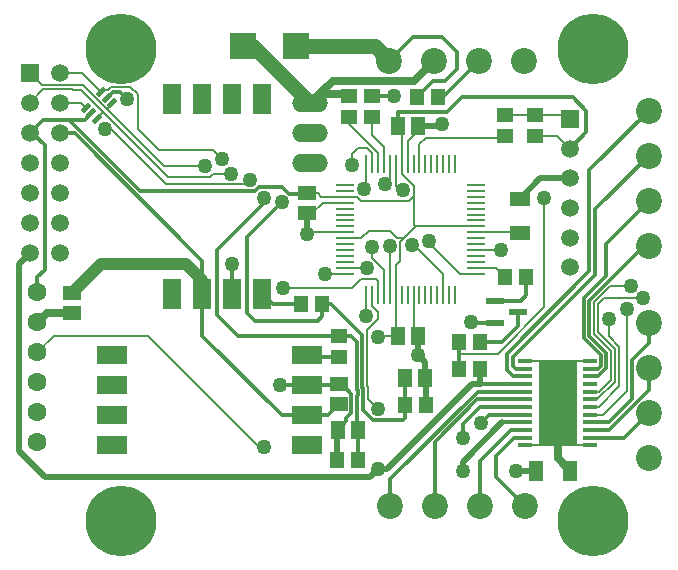
<source format=gtl>
%FSLAX24Y24*%
%MOIN*%
G70*
G01*
G75*
G04 Layer_Physical_Order=1*
G04 Layer_Color=255*
%ADD10R,0.0512X0.0591*%
%ADD11R,0.0453X0.0118*%
%ADD12R,0.0709X0.0512*%
%ADD13R,0.0551X0.0472*%
%ADD14R,0.0591X0.0512*%
G04:AMPARAMS|DCode=15|XSize=33.5mil|YSize=15.7mil|CornerRadius=0mil|HoleSize=0mil|Usage=FLASHONLY|Rotation=225.000|XOffset=0mil|YOffset=0mil|HoleType=Round|Shape=Rectangle|*
%AMROTATEDRECTD15*
4,1,4,0.0063,0.0174,0.0174,0.0063,-0.0063,-0.0174,-0.0174,-0.0063,0.0063,0.0174,0.0*
%
%ADD15ROTATEDRECTD15*%

%ADD16O,0.0098X0.0610*%
%ADD17O,0.0610X0.0098*%
%ADD18R,0.1000X0.0600*%
%ADD19R,0.0600X0.1000*%
%ADD20R,0.0906X0.0906*%
%ADD21R,0.0472X0.0551*%
%ADD22R,0.0591X0.0236*%
%ADD23R,0.0512X0.0709*%
%ADD24C,0.0120*%
%ADD25C,0.0200*%
%ADD26C,0.0080*%
%ADD27C,0.0500*%
%ADD28C,0.0250*%
%ADD29C,0.0400*%
%ADD30R,0.1260X0.2756*%
%ADD31C,0.0591*%
%ADD32R,0.0591X0.0591*%
%ADD33C,0.2362*%
%ADD34C,0.0866*%
%ADD35C,0.0630*%
%ADD36O,0.1200X0.0600*%
%ADD37C,0.0500*%
D10*
X13835Y7750D02*
D03*
X13165D02*
D03*
X13835Y14750D02*
D03*
X13165D02*
D03*
X14085Y6350D02*
D03*
X13415D02*
D03*
X11835Y4600D02*
D03*
X11165D02*
D03*
D11*
X19593Y4093D02*
D03*
Y4348D02*
D03*
Y4604D02*
D03*
Y4860D02*
D03*
Y5116D02*
D03*
Y5372D02*
D03*
Y5628D02*
D03*
Y5884D02*
D03*
Y6140D02*
D03*
Y6396D02*
D03*
Y6652D02*
D03*
Y6907D02*
D03*
X17407Y4093D02*
D03*
Y4348D02*
D03*
Y4604D02*
D03*
Y4860D02*
D03*
Y5116D02*
D03*
Y5372D02*
D03*
Y5628D02*
D03*
Y5884D02*
D03*
Y6140D02*
D03*
Y6396D02*
D03*
Y6652D02*
D03*
Y6907D02*
D03*
D12*
X17250Y12321D02*
D03*
Y11179D02*
D03*
D13*
X17750Y14396D02*
D03*
Y15104D02*
D03*
X16750Y15104D02*
D03*
Y14396D02*
D03*
X11200Y7754D02*
D03*
Y7046D02*
D03*
X12300Y15754D02*
D03*
Y15046D02*
D03*
X11550D02*
D03*
Y15754D02*
D03*
D14*
X10138Y11825D02*
D03*
Y12494D02*
D03*
X11200Y5465D02*
D03*
Y6135D02*
D03*
X2300Y9185D02*
D03*
Y8515D02*
D03*
D15*
X3650Y15500D02*
D03*
X3469Y15681D02*
D03*
X3288Y15862D02*
D03*
X2773Y15347D02*
D03*
X2954Y15166D02*
D03*
X3135Y14985D02*
D03*
D16*
X15075Y13470D02*
D03*
X14878D02*
D03*
X14681D02*
D03*
X14484D02*
D03*
X14287D02*
D03*
X14091D02*
D03*
X13894D02*
D03*
X13697Y13470D02*
D03*
X13500D02*
D03*
X13303D02*
D03*
X13106Y13470D02*
D03*
X12909D02*
D03*
X12713D02*
D03*
X12516D02*
D03*
X12319D02*
D03*
X12122D02*
D03*
Y9120D02*
D03*
X12319D02*
D03*
X12516D02*
D03*
X12713D02*
D03*
X12909D02*
D03*
X13106D02*
D03*
X13303Y9120D02*
D03*
X13500D02*
D03*
X13697D02*
D03*
X13894Y9120D02*
D03*
X14091D02*
D03*
X14287D02*
D03*
X14484D02*
D03*
X14681D02*
D03*
X14878D02*
D03*
X15075D02*
D03*
D17*
X11423Y12772D02*
D03*
Y12575D02*
D03*
Y12378D02*
D03*
Y12181D02*
D03*
Y11984D02*
D03*
Y11787D02*
D03*
Y11591D02*
D03*
X11423Y11394D02*
D03*
Y11197D02*
D03*
Y11000D02*
D03*
X11423Y10803D02*
D03*
Y10606D02*
D03*
Y10409D02*
D03*
Y10213D02*
D03*
Y10016D02*
D03*
Y9819D02*
D03*
X15774D02*
D03*
Y10016D02*
D03*
Y10213D02*
D03*
Y10409D02*
D03*
Y10606D02*
D03*
Y10803D02*
D03*
X15774Y11000D02*
D03*
Y11197D02*
D03*
Y11394D02*
D03*
X15774Y11591D02*
D03*
Y11787D02*
D03*
Y11984D02*
D03*
Y12181D02*
D03*
Y12378D02*
D03*
Y12575D02*
D03*
Y12772D02*
D03*
D18*
X3650Y4100D02*
D03*
Y5100D02*
D03*
Y6100D02*
D03*
Y7100D02*
D03*
X10150D02*
D03*
Y6100D02*
D03*
Y5100D02*
D03*
Y4100D02*
D03*
D19*
X5650Y15650D02*
D03*
X6650D02*
D03*
X7650D02*
D03*
X8650D02*
D03*
Y9150D02*
D03*
X7650D02*
D03*
X6650D02*
D03*
X5650D02*
D03*
D20*
X9786Y17400D02*
D03*
X8014D02*
D03*
D21*
X14504Y15700D02*
D03*
X13796D02*
D03*
X16746Y9700D02*
D03*
X17454D02*
D03*
X15196Y7550D02*
D03*
X15904D02*
D03*
X15904Y6650D02*
D03*
X15196D02*
D03*
X13396Y5450D02*
D03*
X14104D02*
D03*
X11146Y3600D02*
D03*
X11854D02*
D03*
X9946Y8800D02*
D03*
X10654D02*
D03*
D22*
X17174Y8550D02*
D03*
X16426Y8176D02*
D03*
Y8924D02*
D03*
D23*
X17779Y3250D02*
D03*
X18921D02*
D03*
D24*
X15922Y5372D02*
X17407D01*
X15350Y4800D02*
X15922Y5372D01*
X15350Y4350D02*
Y4800D01*
X16660Y4860D02*
X17407D01*
X16954Y4604D02*
X17407D01*
X15921Y3571D02*
X16954Y4604D01*
X15921Y2075D02*
Y3571D01*
X16216Y5116D02*
X17407D01*
X19750Y11959D02*
X21547Y13756D01*
X19750Y9775D02*
Y11959D01*
X20100Y10809D02*
X21547Y12256D01*
X17000Y6750D02*
Y7025D01*
Y6750D02*
X17098Y6652D01*
X19550Y13259D02*
X21547Y15256D01*
X10104Y12461D02*
X10138Y12494D01*
X20201Y4860D02*
X20994Y5653D01*
X19593Y4860D02*
X20201D01*
X20994Y6944D02*
X21547Y7497D01*
Y8169D01*
X20200Y4604D02*
X21547Y5951D01*
Y6669D01*
X19593Y4604D02*
X20200D01*
X20726Y4348D02*
X21547Y5169D01*
X19593Y4348D02*
X20726D01*
X15950Y4850D02*
X16216Y5116D01*
X17048Y4348D02*
X17407D01*
X15960Y6140D02*
X17407D01*
X17098Y6652D02*
X17407D01*
X15829Y5884D02*
X17407D01*
X12921Y2075D02*
Y2976D01*
X15828Y5628D02*
X17407D01*
X14421Y2075D02*
Y4221D01*
X15828Y5628D01*
X12921Y2976D02*
X15829Y5884D01*
X13396Y5450D02*
X13415Y5470D01*
Y6350D01*
X11854Y3600D02*
Y4580D01*
X11835Y4600D02*
X11854Y4580D01*
X10204Y7046D02*
X11200D01*
X10150Y7100D02*
X10204Y7046D01*
X9000Y8800D02*
X9946D01*
X8650Y9150D02*
X9000Y8800D01*
X10654D02*
X10950D01*
X11200Y7754D02*
X11596D01*
X11810Y7540D01*
Y4625D02*
X11835Y4600D01*
X10950Y8800D02*
X11990Y7760D01*
X13396Y4996D02*
Y5450D01*
X15196Y7550D02*
X15196Y7550D01*
X17454Y9104D02*
Y9700D01*
X17000Y7025D02*
X19750Y9775D01*
X17274Y8924D02*
X17454Y9104D01*
X16426Y8924D02*
X17274D01*
X9300Y5100D02*
X10150D01*
X6650Y7750D02*
X9300Y5100D01*
X6650Y7750D02*
Y9150D01*
X1350Y14950D02*
X2200D01*
X18898Y13976D02*
X19450Y14529D01*
Y15250D01*
X19000Y15700D02*
X19450Y15250D01*
X15300Y15700D02*
X19000D01*
X14504Y15700D02*
X14672D01*
X15894Y16921D01*
X14815Y15215D02*
X15300Y15700D01*
X13165Y14750D02*
Y15215D01*
X14815D01*
X13796Y15700D02*
X14346Y16250D01*
X14750D01*
X15150Y16650D01*
Y17200D01*
X14650Y17700D02*
X15150Y17200D01*
X13672Y17700D02*
X14650D01*
X12894Y16921D02*
X13672Y17700D01*
X12300Y15754D02*
X13046D01*
X13050Y15750D01*
X7650Y9150D02*
Y10150D01*
X11146Y4580D02*
X11165Y4600D01*
X9250Y6100D02*
X10150D01*
X1150Y9200D02*
Y9700D01*
X1400Y9950D01*
Y14100D01*
X900Y14500D02*
X950Y14550D01*
X1400Y14100D01*
X950Y14550D02*
X1350Y14950D01*
X10124Y12480D02*
X10138Y12494D01*
X15624Y8176D02*
X16426D01*
X15600Y8200D02*
X15624Y8176D01*
X17004Y6396D02*
X17407D01*
X19550Y9900D02*
Y13259D01*
X16800Y6600D02*
X17004Y6396D01*
X16800Y6600D02*
Y7150D01*
X19550Y9900D01*
X15904Y7550D02*
X16650D01*
X17174Y8074D01*
Y8550D01*
X15196Y6750D02*
Y7150D01*
Y7550D01*
X9543Y12480D02*
X10124D01*
X7846Y7754D02*
X11200D01*
X10654Y8404D02*
Y8800D01*
X10500Y8250D02*
X10654Y8404D01*
X8400Y8250D02*
X10500D01*
X8150Y8500D02*
X8400Y8250D01*
X8150Y8500D02*
Y11050D01*
X9300Y12200D01*
X4570Y12580D02*
X8407D01*
X8547Y12720D01*
X9303D01*
X9543Y12480D01*
X20100Y9729D02*
Y10809D01*
X19370Y8999D02*
X20100Y9729D01*
X19370Y7680D02*
Y8999D01*
X20994Y5653D02*
Y6944D01*
X19939Y6739D02*
Y7111D01*
X19370Y7680D02*
X19939Y7111D01*
X20119Y6664D02*
Y7186D01*
X19550Y7755D02*
X20119Y7186D01*
X19550Y7755D02*
Y8924D01*
X19593Y6652D02*
X19852D01*
X19939Y6739D01*
X19593Y6396D02*
X19850D01*
X20119Y6664D01*
X19550Y8924D02*
X21382Y10756D01*
X21547D01*
X10150Y6100D02*
X11165D01*
X11200Y6135D01*
X10150Y5100D02*
X10835D01*
X11200Y5465D01*
X11165Y4600D02*
X11459Y4893D01*
Y5003D01*
X11615Y5160D01*
X11810Y4625D02*
Y5755D01*
X11830Y5775D01*
Y5925D01*
X11810Y5945D02*
X11830Y5925D01*
X11810Y5945D02*
Y7540D01*
X11990Y6019D02*
X12010Y5999D01*
X11990Y6019D02*
Y7760D01*
X12010Y5267D02*
X12347Y4930D01*
X13330D01*
X13396Y4996D01*
X12010Y5267D02*
Y5999D01*
X11615Y5160D02*
Y5815D01*
X11331Y6100D02*
X11615Y5815D01*
X11165Y6100D02*
X11331D01*
X8700Y12350D02*
X8800D01*
X8850Y12300D01*
X7150Y10600D02*
X8850Y12300D01*
X7150Y8450D02*
X7846Y7754D01*
X7150Y8450D02*
Y10600D01*
X6650Y9150D02*
Y9600D01*
Y10245D01*
X16450Y3046D02*
X17421Y2075D01*
X16450Y3046D02*
Y3750D01*
X17048Y4348D01*
X3670Y15882D02*
X3918D01*
X3469Y15681D02*
X3670Y15882D01*
X3918D02*
X4150Y15650D01*
X2200Y14950D02*
X4570Y12580D01*
X1900Y14500D02*
X2395D01*
X6650Y10245D01*
X2200Y14950D02*
X2738D01*
X2954Y15166D01*
D25*
X15350Y3550D02*
X16660Y4860D01*
X10138Y11162D02*
X10150Y11150D01*
X10138Y11162D02*
Y11825D01*
X13835Y14750D02*
X14600D01*
X17250Y12321D02*
X17921Y12992D01*
X18898D01*
X15350Y3250D02*
Y3550D01*
X12500Y3300D02*
X12800D01*
X15640Y6140D02*
X15960D01*
X12800Y3300D02*
X15640Y6140D01*
X14104Y5450D02*
Y6330D01*
X14085Y6350D02*
X14104Y6330D01*
X11146Y3600D02*
Y4580D01*
X14085Y6350D02*
Y6865D01*
X13850Y7100D02*
X14085Y6865D01*
X15904Y6196D02*
Y6750D01*
Y6196D02*
X15960Y6140D01*
X14600Y14750D02*
X14650Y14800D01*
X13835Y7115D02*
Y7750D01*
Y7115D02*
X13850Y7100D01*
X12250Y3050D02*
X12500Y3300D01*
X1400Y3050D02*
X12250D01*
X550Y3900D02*
X1400Y3050D01*
X550Y3900D02*
Y10150D01*
X900Y10500D01*
X17100Y3250D02*
X17779D01*
X17100Y3250D02*
X17100Y3250D01*
D26*
X10150Y11150D02*
X10197Y11197D01*
X11423D01*
X12550Y7750D02*
X13165D01*
X10750Y9800D02*
X10769Y9819D01*
X11423D01*
X12319Y13470D02*
Y13831D01*
X12150Y14000D02*
X12319Y13831D01*
X11850Y14000D02*
X12150D01*
X11650Y13800D02*
X11850Y14000D01*
X11650Y13450D02*
Y13800D01*
X13369Y11000D02*
X13762Y11394D01*
X15774D01*
X12150Y7950D02*
X12500Y8300D01*
Y8550D01*
X12319Y8731D02*
X12500Y8550D01*
X12319Y8731D02*
Y9120D01*
X12100Y8700D02*
X12122Y8722D01*
Y9120D01*
X12100Y8400D02*
Y8700D01*
X19593Y5372D02*
X19872D01*
X19593Y5116D02*
X20016D01*
X12500Y7700D02*
X12550Y7750D01*
X19593Y5628D02*
X19828D01*
X15774Y10606D02*
X15780Y10600D01*
X16600D01*
X13894Y13470D02*
Y14144D01*
X14105Y14355D01*
X16750D02*
Y14396D01*
X17750Y14396D02*
X18478D01*
X18898Y13976D01*
X18754Y15104D02*
X18898Y14961D01*
X17750Y15104D02*
X18754D01*
X16750Y15104D02*
X16750Y15104D01*
X13835Y14585D02*
Y14750D01*
X13500Y14250D02*
X13835Y14585D01*
X13500Y13470D02*
Y14250D01*
X13165Y14750D02*
X13303Y14612D01*
Y13470D02*
Y14612D01*
X13106Y7809D02*
X13165Y7750D01*
X17232Y11197D02*
X17250Y11179D01*
X15774Y11197D02*
X17232D01*
X10138Y11825D02*
X10325D01*
X10681Y12181D01*
X11423D01*
X10622Y12378D02*
X11423D01*
X10506Y12494D02*
X10622Y12378D01*
X10138Y12494D02*
X10506D01*
X17407Y6907D02*
X19593D01*
X15774Y10016D02*
X16430D01*
X16746Y9700D01*
X12516Y13470D02*
Y13834D01*
X11550Y14800D02*
X12516Y13834D01*
X11550Y14800D02*
Y15046D01*
X12713Y13470D02*
Y14037D01*
X12300Y14450D02*
X12713Y14037D01*
X12300Y14450D02*
Y15046D01*
X16750Y15104D02*
X17750D01*
X14105Y14355D02*
X16750D01*
X13697Y7888D02*
X13835Y7750D01*
X13697Y7888D02*
Y9120D01*
X15231Y9819D02*
X15774D01*
X14200Y10850D02*
X15231Y9819D01*
X14200Y10850D02*
Y10900D01*
X14681Y9120D02*
Y9819D01*
X13723Y10777D02*
X14681Y9819D01*
X13640Y10777D02*
X13723D01*
X15196Y7150D02*
X16500D01*
X18050Y8700D01*
Y12350D01*
X5450Y12800D02*
X8100D01*
X8250Y12950D01*
X12909Y13009D02*
Y13470D01*
X12750Y12850D02*
X12909Y13009D01*
X12750Y12800D02*
Y12850D01*
X13106Y12744D02*
Y13470D01*
X13550Y12250D02*
X13700Y12400D01*
Y11456D02*
X13762Y11394D01*
X13700Y11456D02*
Y12745D01*
X13106Y12744D02*
X13250Y12600D01*
X13350D01*
X11423Y12378D02*
X11827D01*
X11955Y12250D01*
X13550D01*
X12122Y12722D02*
Y13470D01*
X12050Y12650D02*
X12122Y12722D01*
X13303Y13142D02*
Y13470D01*
Y13142D02*
X13700Y12745D01*
X19850Y8800D02*
X20050Y9000D01*
X21350D01*
X20200Y7727D02*
X20559Y7368D01*
X20200Y7727D02*
Y8300D01*
X19872Y5372D02*
X20559Y6059D01*
Y7368D01*
X19828Y5628D02*
X20419Y6219D01*
Y7310D01*
X19593Y5884D02*
X19886D01*
X20279Y6277D01*
Y7252D01*
X19710Y7821D02*
X20279Y7252D01*
X19710Y7821D02*
Y8858D01*
X19850Y7879D02*
X20419Y7310D01*
X19850Y7879D02*
Y8800D01*
X20800Y5900D02*
Y8650D01*
X20016Y5116D02*
X20800Y5900D01*
X19710Y8858D02*
X20252Y9400D01*
X20950D01*
X12134Y10016D02*
X12150Y10000D01*
X11423Y10016D02*
X12134D01*
X13106Y7809D02*
Y9120D01*
X6895Y13050D02*
X6995Y13150D01*
X7600D01*
X900Y15500D02*
X1360Y15960D01*
X9350Y9350D02*
X11650D01*
X11950Y9650D01*
X12450D01*
X12516Y9120D02*
Y9584D01*
X12450Y9650D02*
X12516Y9584D01*
X13106Y9120D02*
Y10111D01*
X12713Y9120D02*
Y9932D01*
X7000Y13950D02*
X7300Y13650D01*
X5200Y13950D02*
X7000D01*
X13145Y11000D02*
X13369D01*
X13250Y10882D02*
X13369Y11000D01*
X13106Y10111D02*
X13250Y10255D01*
Y10882D01*
X12900Y9130D02*
X12909Y9120D01*
X12900Y9130D02*
Y10750D01*
X11423Y11000D02*
X11950D01*
X12200Y11250D01*
X12895D01*
X13145Y11000D01*
X12300Y10345D02*
X12713Y9932D01*
X12300Y10345D02*
Y10700D01*
X12150Y6085D02*
X12170Y6065D01*
X12150Y6085D02*
Y7950D01*
X12170Y5630D02*
X12500Y5300D01*
X12170Y5630D02*
Y6065D01*
X8550Y4050D02*
X8700D01*
X1150Y7200D02*
X1700Y7750D01*
X4850D01*
X8550Y4050D01*
X17407Y4093D02*
X18500D01*
X19593D01*
X1900Y16500D02*
X2650D01*
X3288Y15862D01*
X1900Y15500D02*
X2620D01*
X2773Y15347D01*
X900Y16500D02*
X1300Y16100D01*
X5372Y13400D02*
X6750D01*
X3135Y14985D02*
X3350Y15200D01*
X3472Y15300D02*
Y15322D01*
X3650Y15500D01*
X3472Y15300D02*
X5372Y13400D01*
X3288Y15862D02*
Y15955D01*
X3517D02*
X3604Y16042D01*
X4253D01*
X4500Y15795D01*
Y14650D02*
Y15795D01*
Y14650D02*
X5200Y13950D01*
X3288Y15955D02*
X3517D01*
X1300Y16100D02*
X2672D01*
X1360Y15960D02*
X2350D01*
X2360Y15950D01*
X2600D01*
X2672Y16100D02*
X3472Y15300D01*
X2600Y15950D02*
X3350Y15200D01*
X5500Y13050D01*
X6895D01*
X3600Y14650D02*
X5450Y12800D01*
X3400Y14650D02*
X3600D01*
D27*
X8350Y17400D02*
X10250Y15500D01*
X8014Y17400D02*
X8350D01*
X9786D02*
X12415D01*
X12894Y16921D01*
D28*
X13722Y16250D02*
X14394Y16921D01*
X11000Y16250D02*
X13722D01*
X11504Y15800D02*
X11550Y15754D01*
X10550Y15800D02*
X11504D01*
X10250Y15500D02*
X10550Y15800D01*
X11000Y16250D01*
X1150Y8200D02*
X1465Y8515D01*
X2300D01*
X18500Y3671D02*
X18921Y3250D01*
X18500Y3671D02*
Y4093D01*
Y5500D01*
D29*
X2300Y9185D02*
X3265Y10150D01*
X6100D01*
X6650Y9600D01*
D30*
X18500Y5500D02*
D03*
D31*
X18898Y10039D02*
D03*
Y11024D02*
D03*
Y12008D02*
D03*
Y12992D02*
D03*
Y13976D02*
D03*
X1900Y10500D02*
D03*
X900D02*
D03*
X1900Y11500D02*
D03*
X900D02*
D03*
X1900Y12500D02*
D03*
X900D02*
D03*
X1900Y13500D02*
D03*
X900D02*
D03*
X1900Y14500D02*
D03*
X900D02*
D03*
X1900Y15500D02*
D03*
X900D02*
D03*
X1900Y16500D02*
D03*
D32*
X18898Y14961D02*
D03*
X900Y16500D02*
D03*
D33*
X3937Y17323D02*
D03*
Y1575D02*
D03*
X19685Y17323D02*
D03*
Y1575D02*
D03*
D34*
X21547Y10756D02*
D03*
Y12256D02*
D03*
Y13756D02*
D03*
Y15256D02*
D03*
X12921Y2075D02*
D03*
X14421D02*
D03*
X15921D02*
D03*
X17421D02*
D03*
X21547Y3669D02*
D03*
Y5169D02*
D03*
Y6669D02*
D03*
Y8169D02*
D03*
X17394Y16921D02*
D03*
X15894D02*
D03*
X14394D02*
D03*
X12894D02*
D03*
D35*
X1150Y4200D02*
D03*
Y5200D02*
D03*
Y6200D02*
D03*
Y7200D02*
D03*
Y8200D02*
D03*
Y9200D02*
D03*
D36*
X10250Y15500D02*
D03*
Y14500D02*
D03*
Y13500D02*
D03*
D37*
X12500Y3300D02*
D03*
X10750Y9800D02*
D03*
X10150Y11150D02*
D03*
X11650Y13450D02*
D03*
X12500Y5300D02*
D03*
X12100Y8400D02*
D03*
X12500Y7700D02*
D03*
X21350Y9000D02*
D03*
X16600Y10600D02*
D03*
X20950Y9400D02*
D03*
X15950Y4850D02*
D03*
X15350Y4350D02*
D03*
Y3250D02*
D03*
X14650Y14800D02*
D03*
X13050Y15750D02*
D03*
X7650Y10150D02*
D03*
X9250Y6100D02*
D03*
X13850Y7100D02*
D03*
X9350Y9350D02*
D03*
X14200Y10900D02*
D03*
X13640Y10777D02*
D03*
X7600Y13150D02*
D03*
X15600Y8200D02*
D03*
X18050Y12350D02*
D03*
X9300Y12200D02*
D03*
X8700Y12350D02*
D03*
X8250Y12950D02*
D03*
X12750Y12800D02*
D03*
X13350Y12600D02*
D03*
X12050Y12650D02*
D03*
X8700Y4050D02*
D03*
X20800Y8650D02*
D03*
X20200Y8300D02*
D03*
X12150Y10000D02*
D03*
X6750Y13400D02*
D03*
X7300Y13650D02*
D03*
X12900Y10750D02*
D03*
X12300Y10700D02*
D03*
X17100Y3250D02*
D03*
X4150Y15650D02*
D03*
X3400Y14650D02*
D03*
M02*

</source>
